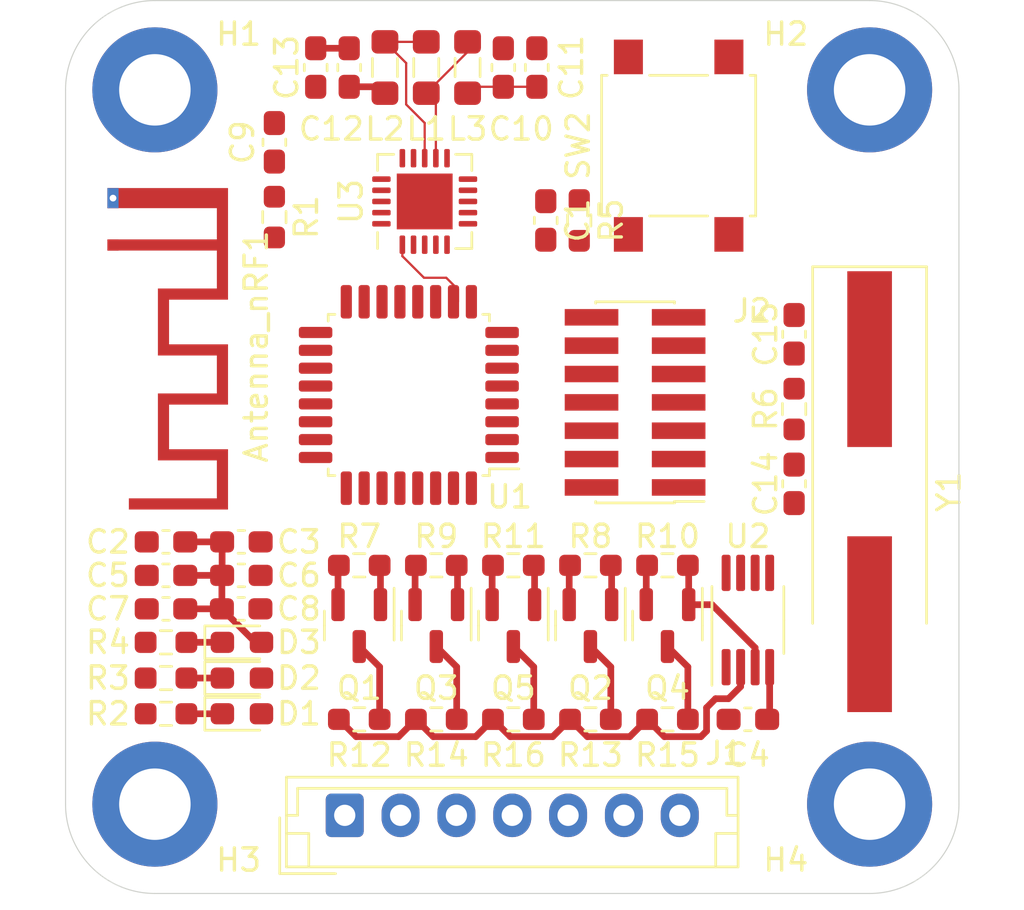
<source format=kicad_pcb>
(kicad_pcb (version 20221018) (generator pcbnew)
  (layers (0 "F.Cu" signal) (31 "B.Cu" signal) (34 "B.Paste" user) (35 "F.Paste" user) (36 "B.SilkS" user "B.Silkscreen") (37 "F.SilkS" user "F.Silkscreen") (38 "B.Mask" user) (39 "F.Mask" user) (44 "Edge.Cuts" user))
  (net 0 "")
  (net 1 "RF_Output")
  (net 2 "+5V")
  (net 3 "+3.3V")
  (net 4 "VDD_PA")
  (net 5 "Net-(U3-DVDD)")
  (net 6 "XC1")
  (net 7 "XC2")
  (net 8 "Net-(D1-K)")
  (net 9 "Player1_LED")
  (net 10 "Net-(D3-K)")
  (net 11 "Status_LED")
  (net 12 "Data_Clock_SNES")
  (net 13 "Data_Latch_SNES")
  (net 14 "ANT2")
  (net 15 "ANT1")
  (net 16 "Data_Clock_STM32")
  (net 17 "Data_Latch_STM32")
  (net 18 "Appairing_Btn")
  (net 19 "Chip_Enable")
  (net 20 "SPI_Chip_Select")
  (net 21 "SPI_Clock")
  (net 22 "SPI_Digital_Input")
  (net 23 "SPI_Digital_Output")
  (net 24 "Net-(U3-IREF)")
  (net 34 "GND")
  (net 35 "GND1")
  (net 36 "GND3")
  (net 37 "GND2")
  (net 39 "Net-(U2-BP)")
  (net 41 "NRST")
  (net 44 "SWDIO")
  (net 45 "SWDCK")
  (net 49 "USART2_RX")
  (net 50 "USART2_TX")
  (net 51 "IOBit_STM32")
  (net 52 "IOBit_SNES")
  (net 53 "Serial_Data2_STM32")
  (net 54 "Serial_Data2_SNES")
  (net 55 "Serial_Data1_STM32")
  (net 56 "Serial_Data1_SNES")
  (net 57 "Net-(C12-Pad2)")
  (net 58 "Net-(D2-K)")
  (footprint "Capacitor_SMD:C_0603_1608Metric_Pad1.08x0.95mm_HandSolder" (layer "F.Cu") (at 117.1 67 90)
    (fp_text reference "C11" (at 0 1.55 90) (layer "F.SilkS"))
    (fp_text value "4.7p")
    (pad "1" smd roundrect (at -0.8625 0 90) (size 1.075 0.95) (layers "F.Cu" "F.Paste" "F.Mask") (net 4 "VDD_PA"))
    (pad "2" smd roundrect (at 0.8625 0 90) (size 1.075 0.95) (layers "F.Cu" "F.Paste" "F.Mask") (net 34 "GND"))
  )
  (footprint "Capacitor_SMD:C_0603_1608Metric_Pad1.08x0.95mm_HandSolder" (layer "F.Cu") (at 103.8725 89.75)
    (fp_text reference "C6" (at 2.575 0) (layer "F.SilkS"))
    (fp_text value "2.2u")
    (pad "1" smd roundrect (at -0.8625 0) (size 1.075 0.95) (layers "F.Cu" "F.Paste" "F.Mask") (net 3 "+3.3V"))
    (pad "2" smd roundrect (at 0.8625 0) (size 1.075 0.95) (layers "F.Cu" "F.Paste" "F.Mask") (net 34 "GND"))
  )
  (footprint "Capacitor_SMD:C_0603_1608Metric_Pad1.08x0.95mm_HandSolder" (layer "F.Cu") (at 100.4975 91.25 180)
    (fp_text reference "C7" (at 2.6 0) (layer "F.SilkS"))
    (fp_text value "10n")
    (pad "1" smd roundrect (at -0.8625 0 180) (size 1.075 0.95) (layers "F.Cu" "F.Paste" "F.Mask") (net 3 "+3.3V"))
    (pad "2" smd roundrect (at 0.8625 0 180) (size 1.075 0.95) (layers "F.Cu" "F.Paste" "F.Mask") (net 34 "GND"))
  )
  (footprint "Capacitor_SMD:C_0603_1608Metric_Pad1.08x0.95mm_HandSolder" (layer "F.Cu") (at 117.5 73.85 -90)
    (fp_text reference "C1" (at 0 -1.43 90) (layer "F.SilkS"))
    (fp_text value "100n")
    (pad "1" smd roundrect (at -0.8625 0 270) (size 1.075 0.95) (layers "F.Cu" "F.Paste" "F.Mask") (net 34 "GND"))
    (pad "2" smd roundrect (at 0.8625 0 270) (size 1.075 0.95) (layers "F.Cu" "F.Paste" "F.Mask") (net 41 "NRST"))
  )
  (footprint "Resistor_SMD:R_0603_1608Metric_Pad0.98x0.95mm_HandSolder" (layer "F.Cu") (at 116.05 96.2)
    (fp_text reference "R16" (at 0 1.6) (layer "F.SilkS"))
    (fp_text value "10k")
    (pad "1" smd roundrect (at -0.9125 0) (size 0.975 0.95) (layers "F.Cu" "F.Paste" "F.Mask") (net 2 "+5V"))
    (pad "2" smd roundrect (at 0.9125 0) (size 0.975 0.95) (layers "F.Cu" "F.Paste" "F.Mask") (net 54 "Serial_Data2_SNES"))
  )
  (footprint "Capacitor_SMD:C_0603_1608Metric_Pad1.08x0.95mm_HandSolder" (layer "F.Cu") (at 103.8625 91.25)
    (fp_text reference "C8" (at 2.585 0) (layer "F.SilkS"))
    (fp_text value "1n")
    (pad "1" smd roundrect (at -0.8625 0) (size 1.075 0.95) (layers "F.Cu" "F.Paste" "F.Mask") (net 3 "+3.3V"))
    (pad "2" smd roundrect (at 0.8625 0) (size 1.075 0.95) (layers "F.Cu" "F.Paste" "F.Mask") (net 34 "GND"))
  )
  (footprint "Resistor_SMD:R_0603_1608Metric_Pad0.98x0.95mm_HandSolder" (layer "F.Cu") (at 112.6 96.2)
    (fp_text reference "R14" (at 0 1.6) (layer "F.SilkS"))
    (fp_text value "10k")
    (pad "1" smd roundrect (at -0.9125 0) (size 0.975 0.95) (layers "F.Cu" "F.Paste" "F.Mask") (net 2 "+5V"))
    (pad "2" smd roundrect (at 0.9125 0) (size 0.975 0.95) (layers "F.Cu" "F.Paste" "F.Mask") (net 13 "Data_Latch_SNES"))
  )
  (footprint "Resistor_SMD:R_0603_1608Metric_Pad0.98x0.95mm_HandSolder" (layer "F.Cu") (at 119.5 96.2)
    (fp_text reference "R13" (at 0 1.6) (layer "F.SilkS"))
    (fp_text value "10k")
    (pad "1" smd roundrect (at -0.9125 0) (size 0.975 0.95) (layers "F.Cu" "F.Paste" "F.Mask") (net 2 "+5V"))
    (pad "2" smd roundrect (at 0.9125 0) (size 0.975 0.95) (layers "F.Cu" "F.Paste" "F.Mask") (net 12 "Data_Clock_SNES"))
  )
  (footprint "Package_SO:MSOP-8_3x3mm_P0.65mm" (layer "F.Cu") (at 126.55 91.75 90)
    (fp_text reference "U2" (at 3.75 0) (layer "F.SilkS"))
    (fp_text value "MIC5219-3.3YMM")
    (pad "1" smd roundrect (at -2.1125 -0.975 90) (size 1.625 0.4) (layers "F.Cu" "F.Paste" "F.Mask"))
    (pad "2" smd roundrect (at -2.1125 -0.325 90) (size 1.625 0.4) (layers "F.Cu" "F.Paste" "F.Mask") (net 2 "+5V"))
    (pad "3" smd roundrect (at -2.1125 0.325 90) (size 1.625 0.4) (layers "F.Cu" "F.Paste" "F.Mask") (net 3 "+3.3V"))
    (pad "4" smd roundrect (at -2.1125 0.975 90) (size 1.625 0.4) (layers "F.Cu" "F.Paste" "F.Mask") (net 39 "Net-(U2-BP)"))
    (pad "5" smd roundrect (at 2.1125 0.975 90) (size 1.625 0.4) (layers "F.Cu" "F.Paste" "F.Mask") (net 34 "GND"))
    (pad "6" smd roundrect (at 2.1125 0.325 90) (size 1.625 0.4) (layers "F.Cu" "F.Paste" "F.Mask") (net 34 "GND"))
    (pad "7" smd roundrect (at 2.1125 -0.325 90) (size 1.625 0.4) (layers "F.Cu" "F.Paste" "F.Mask") (net 34 "GND"))
    (pad "8" smd roundrect (at 2.1125 -0.975 90) (size 1.625 0.4) (layers "F.Cu" "F.Paste" "F.Mask") (net 34 "GND"))
  )
  (footprint "Capacitor_SMD:C_0603_1608Metric_Pad1.08x0.95mm_HandSolder" (layer "F.Cu") (at 128.62 85.65 -90)
    (fp_text reference "C14" (at 0 1.28 90) (layer "F.SilkS"))
    (fp_text value "22p")
    (pad "1" smd roundrect (at -0.8625 0 270) (size 1.075 0.95) (layers "F.Cu" "F.Paste" "F.Mask") (net 6 "XC1"))
    (pad "2" smd roundrect (at 0.8625 0 270) (size 1.075 0.95) (layers "F.Cu" "F.Paste" "F.Mask") (net 34 "GND"))
  )
  (footprint "Capacitor_SMD:C_0603_1608Metric_Pad1.08x0.95mm_HandSolder" (layer "F.Cu") (at 128.62 78.95 90)
    (fp_text reference "C15" (at 0 -1.28 90) (layer "F.SilkS"))
    (fp_text value "22p")
    (pad "1" smd roundrect (at -0.8625 0 90) (size 1.075 0.95) (layers "F.Cu" "F.Paste" "F.Mask") (net 7 "XC2"))
    (pad "2" smd roundrect (at 0.8625 0 90) (size 1.075 0.95) (layers "F.Cu" "F.Paste" "F.Mask") (net 34 "GND"))
  )
  (footprint "Capacitor_SMD:C_0603_1608Metric_Pad1.08x0.95mm_HandSolder" (layer "F.Cu") (at 126.55 96.2 180)
    (fp_text reference "C4" (at 0 -1.6) (layer "F.SilkS"))
    (fp_text value "470p")
    (pad "1" smd roundrect (at -0.8625 0 180) (size 1.075 0.95) (layers "F.Cu" "F.Paste" "F.Mask") (net 39 "Net-(U2-BP)"))
    (pad "2" smd roundrect (at 0.8625 0 180) (size 1.075 0.95) (layers "F.Cu" "F.Paste" "F.Mask") (net 34 "GND"))
  )
  (footprint "Resistor_SMD:R_0603_1608Metric_Pad0.98x0.95mm_HandSolder" (layer "F.Cu") (at 100.4975 95.95 180)
    (fp_text reference "R2" (at 2.6 0) (layer "F.SilkS"))
    (fp_text value "1k")
    (pad "1" smd roundrect (at -0.9125 0 180) (size 0.975 0.95) (layers "F.Cu" "F.Paste" "F.Mask") (net 8 "Net-(D1-K)"))
    (pad "2" smd roundrect (at 0.9125 0 180) (size 0.975 0.95) (layers "F.Cu" "F.Paste" "F.Mask") (net 34 "GND"))
  )
  (footprint "Resistor_SMD:R_0603_1608Metric_Pad0.98x0.95mm_HandSolder" (layer "F.Cu") (at 128.62 82.3 90)
    (fp_text reference "R6" (at 0 -1.28 90) (layer "F.SilkS"))
    (fp_text value "1M")
    (pad "1" smd roundrect (at -0.9125 0 90) (size 0.975 0.95) (layers "F.Cu" "F.Paste" "F.Mask") (net 6 "XC1"))
    (pad "2" smd roundrect (at 0.9125 0 90) (size 0.975 0.95) (layers "F.Cu" "F.Paste" "F.Mask") (net 7 "XC2"))
  )
  (footprint "Resistor_SMD:R_0603_1608Metric_Pad0.98x0.95mm_HandSolder" (layer "F.Cu") (at 109.15 89.3 180)
    (fp_text reference "R7" (at 0 1.3) (layer "F.SilkS"))
    (fp_text value "10k")
    (pad "1" smd roundrect (at -0.9125 0 180) (size 0.975 0.95) (layers "F.Cu" "F.Paste" "F.Mask") (net 3 "+3.3V"))
    (pad "2" smd roundrect (at 0.9125 0 180) (size 0.975 0.95) (layers "F.Cu" "F.Paste" "F.Mask") (net 55 "Serial_Data1_STM32"))
  )
  (footprint "Resistor_SMD:R_0603_1608Metric_Pad0.98x0.95mm_HandSolder" (layer "F.Cu") (at 119.5 89.3 180)
    (fp_text reference "R8" (at 0 1.3) (layer "F.SilkS"))
    (fp_text value "10k")
    (pad "1" smd roundrect (at -0.9125 0 180) (size 0.975 0.95) (layers "F.Cu" "F.Paste" "F.Mask") (net 3 "+3.3V"))
    (pad "2" smd roundrect (at 0.9125 0 180) (size 0.975 0.95) (layers "F.Cu" "F.Paste" "F.Mask") (net 16 "Data_Clock_STM32"))
  )
  (footprint "Diode_SMD:D_0603_1608Metric_Pad1.05x0.95mm_HandSolder" (layer "F.Cu") (at 103.8975 95.95)
    (fp_text reference "D1" (at 2.55 0) (layer "F.SilkS"))
    (fp_text value "LED_Small")
    (pad "1" smd roundrect (at -0.875 0) (size 1.05 0.95) (layers "F.Cu" "F.Paste" "F.Mask") (net 8 "Net-(D1-K)"))
    (pad "2" smd roundrect (at 0.875 0) (size 1.05 0.95) (layers "F.Cu" "F.Paste" "F.Mask") (net 9 "Player1_LED"))
  )
  (footprint "Inductor_SMD:L_0805_2012Metric_Pad1.05x1.20mm_HandSolder" (layer "F.Cu") (at 114 67 -90)
    (fp_text reference "L3" (at 2.75 0) (layer "F.SilkS"))
    (fp_text value "2.7n")
    (pad "1" smd roundrect (at -1.15 0 270) (size 1.05 1.2) (layers "F.Cu" "F.Paste" "F.Mask") (roundrect_rratio 0.238095) (net 15 "ANT1"))
    (pad "2" smd roundrect (at 1.15 0 270) (size 1.05 1.2) (layers "F.Cu" "F.Paste" "F.Mask") (roundrect_rratio 0.238095) (net 4 "VDD_PA"))
  )
  (footprint "Button_Switch_SMD:SW_SPST_B3S-1000" (layer "F.Cu") (at 123.45 70.5 90)
    (fp_text reference "SW2" (at 0 -4.5 90) (layer "F.SilkS"))
    (fp_text value "SW_SPST")
    (pad "1" smd rect (at -3.975 -2.25 90) (size 1.55 1.3) (layers "F.Cu" "F.Paste" "F.Mask") (net 18 "Appairing_Btn"))
    (pad "1" smd rect (at 3.975 -2.25 90) (size 1.55 1.3) (layers "F.Cu" "F.Paste" "F.Mask") (net 18 "Appairing_Btn"))
    (pad "2" smd rect (at -3.975 2.25 90) (size 1.55 1.3) (layers "F.Cu" "F.Paste" "F.Mask") (net 3 "+3.3V"))
    (pad "2" smd rect (at 3.975 2.25 90) (size 1.55 1.3) (layers "F.Cu" "F.Paste" "F.Mask") (net 3 "+3.3V"))
  )
  (footprint "Capacitor_SMD:C_0603_1608Metric_Pad1.08x0.95mm_HandSolder" (layer "F.Cu") (at 107.2 67 90)
    (fp_text reference "C13" (at 0 -1.3 90) (layer "F.SilkS"))
    (fp_text value "1.0p")
    (pad "1" smd roundrect (at -0.8625 0 90) (size 1.075 0.95) (layers "F.Cu" "F.Paste" "F.Mask") (net 34 "GND"))
    (pad "2" smd roundrect (at 0.8625 0 90) (size 1.075 0.95) (layers "F.Cu" "F.Paste" "F.Mask") (net 1 "RF_Output"))
  )
  (footprint "Inductor_SMD:L_0805_2012Metric_Pad1.05x1.20mm_HandSolder" (layer "F.Cu") (at 110.3 67 -90)
    (fp_text reference "L2" (at 2.75 0) (layer "F.SilkS"))
    (fp_text value "3.9n")
    (pad "1" smd roundrect (at -1.15 0 270) (size 1.05 1.2) (layers "F.Cu" "F.Paste" "F.Mask") (roundrect_rratio 0.238095) (net 14 "ANT2"))
    (pad "2" smd roundrect (at 1.15 0 270) (size 1.05 1.2) (layers "F.Cu" "F.Paste" "F.Mask") (roundrect_rratio 0.238095) (net 57 "Net-(C12-Pad2)"))
  )
  (footprint "Capacitor_SMD:C_0603_1608Metric_Pad1.08x0.95mm_HandSolder" (layer "F.Cu") (at 105.35 70.35 90)
    (fp_text reference "C9" (at 0 -1.43 90) (layer "F.SilkS"))
    (fp_text value "33n")
    (pad "1" smd roundrect (at -0.8625 0 90) (size 1.075 0.95) (layers "F.Cu" "F.Paste" "F.Mask") (net 5 "Net-(U3-DVDD)"))
    (pad "2" smd roundrect (at 0.8625 0 90) (size 1.075 0.95) (layers "F.Cu" "F.Paste" "F.Mask") (net 35 "GND1"))
  )
  (footprint "Package_TO_SOT_SMD:SOT-23" (layer "F.Cu") (at 109.15 92 -90)
    (fp_text reference "Q1" (at 2.8 0) (layer "F.SilkS"))
    (fp_text value "2N7002")
    (pad "1" smd roundrect (at -0.9375 -0.95 270) (size 1.475 0.6) (layers "F.Cu" "F.Paste" "F.Mask") (net 3 "+3.3V"))
    (pad "2" smd roundrect (at -0.9375 0.95 270) (size 1.475 0.6) (layers "F.Cu" "F.Paste" "F.Mask") (net 55 "Serial_Data1_STM32"))
    (pad "3" smd roundrect (at 0.9375 0 270) (size 1.475 0.6) (layers "F.Cu" "F.Paste" "F.Mask") (net 56 "Serial_Data1_SNES"))
  )
  (footprint "Connector_PinHeader_1.27mm:PinHeader_2x07_P1.27mm_Vertical_SMD" (layer "F.Cu") (at 121.5 82 180)
    (fp_text reference "J2" (at -5.23 4.09875) (layer "F.SilkS"))
    (fp_text value "Conn_02x07_Odd_Even")
    (pad "1" smd rect (at -1.95 -3.81 180) (size 2.4 0.74) (layers "F.Cu" "F.Paste" "F.Mask"))
    (pad "2" smd rect (at 1.95 -3.81 180) (size 2.4 0.74) (layers "F.Cu" "F.Paste" "F.Mask"))
    (pad "3" smd rect (at -1.95 -2.54 180) (size 2.4 0.74) (layers "F.Cu" "F.Paste" "F.Mask") (net 3 "+3.3V"))
    (pad "4" smd rect (at 1.95 -2.54 180) (size 2.4 0.74) (layers "F.Cu" "F.Paste" "F.Mask") (net 44 "SWDIO"))
    (pad "5" smd rect (at -1.95 -1.27 180) (size 2.4 0.74) (layers "F.Cu" "F.Paste" "F.Mask") (net 34 "GND"))
    (pad "6" smd rect (at 1.95 -1.27 180) (size 2.4 0.74) (layers "F.Cu" "F.Paste" "F.Mask") (net 45 "SWDCK"))
    (pad "7" smd rect (at -1.95 0 180) (size 2.4 0.74) (layers "F.Cu" "F.Paste" "F.Mask") (net 34 "GND"))
    (pad "8" smd rect (at 1.95 0 180) (size 2.4 0.74) (layers "F.Cu" "F.Paste" "F.Mask"))
    (pad "9" smd rect (at -1.95 1.27 180) (size 2.4 0.74) (layers "F.Cu" "F.Paste" "F.Mask"))
    (pad "10" smd rect (at 1.95 1.27 180) (size 2.4 0.74) (layers "F.Cu" "F.Paste" "F.Mask"))
    (pad "11" smd rect (at -1.95 2.54 180) (size 2.4 0.74) (layers "F.Cu" "F.Paste" "F.Mask") (net 34 "GND"))
    (pad "12" smd rect (at 1.95 2.54 180) (size 2.4 0.74) (layers "F.Cu" "F.Paste" "F.Mask") (net 41 "NRST"))
    (pad "13" smd rect (at -1.95 3.81 180) (size 2.4 0.74) (layers "F.Cu" "F.Paste" "F.Mask") (net 49 "USART2_RX"))
    (pad "14" smd rect (at 1.95 3.81 180) (size 2.4 0.74) (layers "F.Cu" "F.Paste" "F.Mask") (net 50 "USART2_TX"))
  )
  (footprint "Capacitor_SMD:C_0603_1608Metric_Pad1.08x0.95mm_HandSolder" (layer "F.Cu") (at 100.4975 89.75 180)
    (fp_text reference "C5" (at 2.6 0) (layer "F.SilkS"))
    (fp_text value "100n")
    (pad "1" smd roundrect (at -0.8625 0 180) (size 1.075 0.95) (layers "F.Cu" "F.Paste" "F.Mask") (net 3 "+3.3V"))
    (pad "2" smd roundrect (at 0.8625 0 180) (size 1.075 0.95) (layers "F.Cu" "F.Paste" "F.Mask") (net 34 "GND"))
  )
  (footprint "MountingHole:MountingHole_3.2mm_M3_DIN965_Pad" (layer "F.Cu") (at 132 100)
    (fp_text reference "H4" (at -3.75 2.5) (layer "F.SilkS"))
    (fp_text value "MountingHole_Pad")
    (pad "1" thru_hole circle (at 0 0) (size 5.6 5.6) (drill 3.2) (layers "*.Cu" "*.Mask") (net 34 "GND"))
  )
  (footprint "Capacitor_SMD:C_0603_1608Metric_Pad1.08x0.95mm_HandSolder" (layer "F.Cu") (at 103.8725 88.25)
    (fp_text reference "C3" (at 2.575 0) (layer "F.SilkS"))
    (fp_text value "100n")
    (pad "1" smd roundrect (at -0.8625 0) (size 1.075 0.95) (layers "F.Cu" "F.Paste" "F.Mask") (net 3 "+3.3V"))
    (pad "2" smd roundrect (at 0.8625 0) (size 1.075 0.95) (layers "F.Cu" "F.Paste" "F.Mask") (net 34 "GND"))
  )
  (footprint "Package_TO_SOT_SMD:SOT-23" (layer "F.Cu") (at 119.5 92 -90)
    (fp_text reference "Q2" (at 2.8 0) (layer "F.SilkS"))
    (fp_text value "2N7002")
    (pad "1" smd roundrect (at -0.9375 -0.95 270) (size 1.475 0.6) (layers "F.Cu" "F.Paste" "F.Mask") (net 3 "+3.3V"))
    (pad "2" smd roundrect (at -0.9375 0.95 270) (size 1.475 0.6) (layers "F.Cu" "F.Paste" "F.Mask") (net 16 "Data_Clock_STM32"))
    (pad "3" smd roundrect (at 0.9375 0 270) (size 1.475 0.6) (layers "F.Cu" "F.Paste" "F.Mask") (net 12 "Data_Clock_SNES"))
  )
  (footprint "Inductor_SMD:L_0805_2012Metric_Pad1.05x1.20mm_HandSolder" (layer "F.Cu") (at 112.15 67 -90)
    (fp_text reference "L1" (at 2.75 0) (layer "F.SilkS"))
    (fp_text value "8.2n")
    (pad "1" smd roundrect (at -1.15 0 270) (size 1.05 1.2) (layers "F.Cu" "F.Paste" "F.Mask") (roundrect_rratio 0.238095) (net 14 "ANT2"))
    (pad "2" smd roundrect (at 1.15 0 270) (size 1.05 1.2) (layers "F.Cu" "F.Paste" "F.Mask") (roundrect_rratio 0.238095) (net 15 "ANT1"))
  )
  (footprint "Resistor_SMD:R_0603_1608Metric_Pad0.98x0.95mm_HandSolder" (layer "F.Cu") (at 100.4975 94.35 180)
    (fp_text reference "R3" (at 2.6 0) (layer "F.SilkS"))
    (fp_text value "1k")
    (pad "1" smd roundrect (at -0.9125 0 180) (size 0.975 0.95) (layers "F.Cu" "F.Paste" "F.Mask") (net 58 "Net-(D2-K)"))
    (pad "2" smd roundrect (at 0.9125 0 180) (size 0.975 0.95) (layers "F.Cu" "F.Paste" "F.Mask") (net 34 "GND"))
  )
  (footprint "Resistor_SMD:R_0603_1608Metric_Pad0.98x0.95mm_HandSolder" (layer "F.Cu") (at 100.4975 92.75 180)
    (fp_text reference "R4" (at 2.6 0) (layer "F.SilkS"))
    (fp_text value "1k")
    (pad "1" smd roundrect (at -0.9125 0 180) (size 0.975 0.95) (layers "F.Cu" "F.Paste" "F.Mask") (net 10 "Net-(D3-K)"))
    (pad "2" smd roundrect (at 0.9125 0 180) (size 0.975 0.95) (layers "F.Cu" "F.Paste" "F.Mask") (net 34 "GND"))
  )
  (footprint "Resistor_SMD:R_0603_1608Metric_Pad0.98x0.95mm_HandSolder" (layer "F.Cu") (at 112.6 89.3 180)
    (fp_text reference "R9" (at 0 1.3) (layer "F.SilkS"))
    (fp_text value "10k")
    (pad "1" smd roundrect (at -0.9125 0 180) (size 0.975 0.95) (layers "F.Cu" "F.Paste" "F.Mask") (net 3 "+3.3V"))
    (pad "2" smd roundrect (at 0.9125 0 180) (size 0.975 0.95) (layers "F.Cu" "F.Paste" "F.Mask") (net 17 "Data_Latch_STM32"))
  )
  (footprint "Capacitor_SMD:C_0603_1608Metric_Pad1.08x0.95mm_HandSolder" (layer "F.Cu") (at 115.6 67 90)
    (fp_text reference "C10" (at -2.75 0.8) (layer "F.SilkS"))
    (fp_text value "2.2n")
    (pad "1" smd roundrect (at -0.8625 0 90) (size 1.075 0.95) (layers "F.Cu" "F.Paste" "F.Mask") (net 4 "VDD_PA"))
    (pad "2" smd roundrect (at 0.8625 0 90) (size 1.075 0.95) (layers "F.Cu" "F.Paste" "F.Mask") (net 34 "GND"))
  )
  (footprint "Resistor_SMD:R_0603_1608Metric_Pad0.98x0.95mm_HandSolder" (layer "F.Cu") (at 116.05 89.3 180)
    (fp_text reference "R11" (at 0 1.3) (layer "F.SilkS"))
    (fp_text value "10k")
    (pad "1" smd roundrect (at -0.9125 0 180) (size 0.975 0.95) (layers "F.Cu" "F.Paste" "F.Mask") (net 3 "+3.3V"))
    (pad "2" smd roundrect (at 0.9125 0 180) (size 0.975 0.95) (layers "F.Cu" "F.Paste" "F.Mask") (net 53 "Serial_Data2_STM32"))
  )
  (footprint "Crystal:Crystal_SMD_HC49-SD_HandSoldering" (layer "F.Cu") (at 132 86 -90)
    (fp_text reference "Y1" (at 0 -3.55 90) (layer "F.SilkS"))
    (fp_text value "16MHz")
    (pad "1" smd rect (at -5.9375 0 270) (size 7.875 2) (layers "F.Cu" "F.Paste" "F.Mask") (net 7 "XC2"))
    (pad "2" smd rect (at 5.9375 0 270) (size 7.875 2) (layers "F.Cu" "F.Paste" "F.Mask") (net 6 "XC1"))
  )
  (footprint "Package_TO_SOT_SMD:SOT-23" (layer "F.Cu") (at 116.05 92 -90)
    (fp_text reference "Q5" (at 2.8 0) (layer "F.SilkS"))
    (fp_text value "2N7002")
    (pad "1" smd roundrect (at -0.9375 -0.95 270) (size 1.475 0.6) (layers "F.Cu" "F.Paste" "F.Mask") (net 3 "+3.3V"))
    (pad "2" smd roundrect (at -0.9375 0.95 270) (size 1.475 0.6) (layers "F.Cu" "F.Paste" "F.Mask") (net 53 "Serial_Data2_STM32"))
    (pad "3" smd roundrect (at 0.9375 0 270) (size 1.475 0.6) (layers "F.Cu" "F.Paste" "F.Mask") (net 54 "Serial_Data2_SNES"))
  )
  (footprint "Package_TO_SOT_SMD:SOT-23" (layer "F.Cu") (at 122.95 92 -90)
    (fp_text reference "Q4" (at 2.8 0) (layer "F.SilkS"))
    (fp_text value "2N7002")
    (pad "1" smd roundrect (at -0.9375 -0.95 270) (size 1.475 0.6) (layers "F.Cu" "F.Paste" "F.Mask") (net 3 "+3.3V"))
    (pad "2" smd roundrect (at -0.9375 0.95 270) (size 1.475 0.6) (layers "F.Cu" "F.Paste" "F.Mask") (net 51 "IOBit_STM32"))
    (pad "3" smd roundrect (at 0.9375 0 270) (size 1.475 0.6) (layers "F.Cu" "F.Paste" "F.Mask") (net 52 "IOBit_SNES"))
  )
  (footprint "Package_DFN_QFN:QFN-20-1EP_4x4mm_P0.5mm_EP2.5x2.5mm" (layer "F.Cu") (at 112.08 73 90)
    (fp_text reference "U3" (at 0 -3.3 90) (layer "F.SilkS"))
    (fp_text value "nRF24L01P")
    (pad "1" smd roundrect (at -1.9375 -1 90) (size 0.825 0.25) (layers "F.Cu" "F.Paste" "F.Mask") (net 19 "Chip_Enable"))
    (pad "2" smd roundrect (at -1.9375 -0.5 90) (size 0.825 0.25) (layers "F.Cu" "F.Paste" "F.Mask") (net 20 "SPI_Chip_Select"))
    (pad "3" smd roundrect (at -1.9375 0 90) (size 0.825 0.25) (layers "F.Cu" "F.Paste" "F.Mask") (net 21 "SPI_Clock"))
    (pad "4" smd roundrect (at -1.9375 0.5 90) (size 0.825 0.25) (layers "F.Cu" "F.Paste" "F.Mask") (net 22 "SPI_Digital_Input"))
    (pad "5" smd roundrect (at -1.9375 1 90) (size 0.825 0.25) (layers "F.Cu" "F.Paste" "F.Mask") (net 23 "SPI_Digital_Output"))
    (pad "6" smd roundrect (at -1 1.9375 90) (size 0.25 0.825) (layers "F.Cu" "F.Paste" "F.Mask"))
    (pad "7" smd roundrect (at -0.5 1.9375 90) (size 0.25 0.825) (layers "F.Cu" "F.Paste" "F.Mask") (net 3 "+3.3V"))
    (pad "8" smd roundrect (at 0 1.9375 90) (size 0.25 0.825) (layers "F.Cu" "F.Paste" "F.Mask") (net 35 "GND1"))
    (pad "9" smd roundrect (at 0.5 1.9375 90) (size 0.25 0.825) (layers "F.Cu" "F.Paste" "F.Mask") (net 7 "XC2"))
    (pad "10" smd roundrect (at 1 1.9375 90) (size 0.25 0.825) (layers "F.Cu" "F.Paste" "F.Mask") (net 6 "XC1"))
    (pad "11" smd roundrect (at 1.9375 1 90) (size 0.825 0.25) (layers "F.Cu" "F.Paste" "F.Mask") (net 4 "VDD_PA"))
    (pad "12" smd roundrect (at 1.9375 0.5 90) (size 0.825 0.25) (layers "F.Cu" "F.Paste" "F.Mask") (net 15 "ANT1"))
    (pad "13" smd roundrect (at 1.9375 0 90) (size 0.825 0.25) (layers "F.Cu" "F.Paste" "F.Mask") (net 14 "ANT2"))
    (pad "14" smd roundrect (at 1.9375 -0.5 90) (size 0.825 0.25) (layers "F.Cu" "F.Paste" "F.Mask") (net 35 "GND1"))
    (pad "15" smd roundrect (at 1.9375 -1 90) (size 0.825 0.25) (layers "F.Cu" "F.Paste" "F.Mask") (net 3 "+3.3V"))
    (pad "16" smd roundrect (at 1 -1.9375 90) (size 0.25 0.825) (layers "F.Cu" "F.Paste" "F.Mask") (net 24 "Net-(U3-IREF)"))
    (pad "17" smd roundrect (at 0.5 -1.9375 90) (size 0.25 0.825) (layers "F.Cu" "F.Paste" "F.Mask") (net 35 "GND1"))
    (pad "18" smd roundrect (at 0 -1.9375 90) (size 0.25 0.825) (layers "F.Cu" "F.Paste" "F.Mask") (net 3 "+3.3V"))
    (pad "19" smd roundrect (at -0.5 -1.9375 90) (size 0.25 0.825) (layers "F.Cu" "F.Paste" "F.Mask") (net 5 "Net-(U3-DVDD)"))
    (pad "20" smd roundrect (at -1 -1.9375 90) (size 0.25 0.825) (layers "F.Cu" "F.Paste" "F.Mask") (net 35 "GND1"))
    (pad "21" smd rect (at 0 0 90) (size 2.5 2.5) (layers "F.Cu" "F.Mask"))
  )
  (footprint "Diode_SMD:D_0603_1608Metric_Pad1.05x0.95mm_HandSolder" (layer "F.Cu") (at 103.8975 94.35)
    (fp_text reference "D2" (at 2.55 0) (layer "F.SilkS"))
    (fp_text value "LED_Small")
    (pad "1" smd roundrect (at -0.875 0) (size 1.05 0.95) (layers "F.Cu" "F.Paste" "F.Mask") (net 58 "Net-(D2-K)"))
    (pad "2" smd roundrect (at 0.875 0) (size 1.05 0.95) (layers "F.Cu" "F.Paste" "F.Mask") (net 11 "Status_LED"))
  )
  (footprint "Connector_JST:JST_EH_B7B-EH-A_1x07_P2.50mm_Vertical" (layer "F.Cu") (at 108.5 100.5)
    (fp_text reference "J1" (at 17 -2.78) (layer "F.SilkS"))
    (fp_text value "Conn_01x07_Socket")
    (pad "1" thru_hole roundrect (at 0 0) (size 1.7 1.95) (drill 0.95) (layers "*.Cu" "*.Mask") (roundrect_rratio 0.147059) (net 2 "+5V"))
    (pad "2" thru_hole oval (at 2.5 0) (size 1.7 1.95) (drill 0.95) (layers "*.Cu" "*.Mask") (net 12 "Data_Clock_SNES"))
    (pad "3" thru_hole oval (at 5 0) (size 1.7 1.95) (drill 0.95) (layers "*.Cu" "*.Mask") (net 13 "Data_Latch_SNES"))
    (pad "4" thru_hole oval (at 7.5 0) (size 1.7 1.95) (drill 0.95) (layers "*.Cu" "*.Mask") (net 56 "Serial_Data1_SNES"))
    (pad "5" thru_hole oval (at 10 0) (size 1.7 1.95) (drill 0.95) (layers "*.Cu" "*.Mask") (net 54 "Serial_Data2_SNES"))
    (pad "6" thru_hole oval (at 12.5 0) (size 1.7 1.95) (drill 0.95) (layers "*.Cu" "*.Mask") (net 52 "IOBit_SNES"))
    (pad "7" thru_hole oval (at 15 0) (size 1.7 1.95) (drill 0.95) (layers "*.Cu" "*.Mask") (net 36 "GND3"))
  )
  (footprint "Capacitor_SMD:C_0603_1608Metric_Pad1.08x0.95mm_HandSolder" (layer "F.Cu") (at 108.7 67 -90)
    (fp_text reference "C12" (at 2.75 0.8) (layer "F.SilkS"))
    (fp_text value "1.5p")
    (pad "1" smd roundrect (at -0.8625 0 270) (size 1.075 0.95) (layers "F.Cu" "F.Paste" "F.Mask") (net 1 "RF_Output"))
    (pad "2" smd roundrect (at 0.8625 0 270) (size 1.075 0.95) (layers "F.Cu" "F.Paste" "F.Mask") (net 57 "Net-(C12-Pad2)"))
  )
  (footprint "Package_TO_SOT_SMD:SOT-23" (layer "F.Cu") (at 112.6 92 -90)
    (fp_text reference "Q3" (at 2.8 0) (layer "F.SilkS"))
    (fp_text value "2N7002")
    (pad "1" smd roundrect (at -0.9375 -0.95 270) (size 1.475 0.6) (layers "F.Cu" "F.Paste" "F.Mask") (net 3 "+3.3V"))
    (pad "2" smd roundrect (at -0.9375 0.95 270) (size 1.475 0.6) (layers "F.Cu" "F.Paste" "F.Mask") (net 17 "Data_Latch_STM32"))
    (pad "3" smd roundrect (at 0.9375 0 270) (size 1.475 0.6) (layers "F.Cu" "F.Paste" "F.Mask") (net 13 "Data_Latch_SNES"))
  )
  (footprint "RF_Antenna:Texas_SWRA117D_2.4GHz_Right" (layer "F.Cu") (at 98.125 74.95 -90)
    (fp_text reference "Antenna_nRF1" (at 4.55 -6.41 90) (layer "F.SilkS"))
    (fp_text value "~")
    (fp_poly (pts (xy 2.45 -2.51) (xy 4.45 -2.51) (xy 4.45 -5.15) (xy 7.15 -5.15) (xy 7.15 -2.51) (xy 9.15 -2.51) (xy 9.15 -5.15) (xy 11.85 -5.15) (xy 11.85 -0.71) (xy 11.35 -0.71) (xy 11.35 -4.65) (xy 9.65 -4.65) (xy 9.65 -2.01) (xy 6.65 -2.01) (xy 6.65 -4.65) (xy 4.95 -4.65) (xy 4.95 -2.01) (xy 1.95 -2.01) (xy 1.95 -4.65) (xy 0.25 -4.65) (xy 0.25 0.25) (xy -0.25 0.25) (xy -0.25 -4.65) (xy -1.65 -4.65) (xy -1.65 0.25) (xy -2.55 0.25) (xy -2.55 0.006785) (xy -2.247583 0.006785) (xy -2.237742 0.054395) (xy -2.213674 0.096797) (xy -2.175731 0.129581) (xy -2.167819 0.133935) (xy -2.125156 0.146043) (xy -2.076637 0.1453) (xy -2.031122 0.1324) (xy -2.012511 0.121787) (xy -1.978868 0.086553) (xy -1.958309 0.041368) (xy -1.951778 -0.008158) (xy -1.960218 -0.056417) (xy -1.977112 -0.088643) (xy -2.012372 -0.121313) (xy -2.057682 -0.141408) (xy -2.107267 -0.147982) (xy -2.155353 -0.140092) (xy -2.188245 -0.123186) (xy -2.223185 -0.086416) (xy -2.242847 -0.041622) (xy -2.247583 0.006785) (xy -2.55 0.006785) (xy -2.55 -5.15) (xy 2.45 -5.15) (xy 2.45 -2.51)) (fill solid) (layer "F.Cu"))
    (pad "1" connect rect (at 0 0 270) (size 0.5 0.5) (layers "F.Cu") (net 1 "RF_Output"))
    (pad "2" thru_hole rect (at -2.1 0 270) (size 0.9 0.5) (drill 0.3) (layers "*.Cu") (net 37 "GND2"))
  )
  (footprint "MountingHole:MountingHole_3.2mm_M3_DIN965_Pad" (layer "F.Cu") (at 100 100)
    (fp_text reference "H3" (at 3.75 2.5) (layer "F.SilkS"))
    (fp_text value "MountingHole_Pad")
    (pad "1" thru_hole circle (at 0 0) (size 5.6 5.6) (drill 3.2) (layers "*.Cu" "*.Mask") (net 34 "GND"))
  )
  (footprint "Capacitor_SMD:C_0603_1608Metric_Pad1.08x0.95mm_HandSolder" (layer "F.Cu") (at 100.4975 88.25 180)
    (fp_text reference "C2" (at 2.6 0) (layer "F.SilkS"))
    (fp_text value "100n")
    (pad "1" smd roundrect (at -0.8625 0 180) (size 1.075 0.95) (layers "F.Cu" "F.Paste" "F.Mask") (net 3 "+3.3V"))
    (pad "2" smd roundrect (at 0.8625 0 180) (size 1.075 0.95) (layers "F.Cu" "F.Paste" "F.Mask") (net 34 "GND"))
  )
  (footprint "Package_QFP:LQFP-32_7x7mm_P0.8mm" (layer "F.Cu") (at 111.37 81.66875 180)
    (fp_text reference "U1" (at -4.51 -4.56125) (layer "F.SilkS"))
    (fp_text value "STM32L412KBTx")
    (pad "1" smd roundrect (at -4.175 -2.8 180) (size 1.5 0.5) (layers "F.Cu" "F.Paste" "F.Mask") (net 3 "+3.3V"))
    (pad "2" smd roundrect (at -4.175 -2 180) (size 1.5 0.5) (layers "F.Cu" "F.Paste" "F.Mask") (net 18 "Appairing_Btn"))
    (pad "3" smd roundrect (at -4.175 -1.2 180) (size 1.5 0.5) (layers "F.Cu" "F.Paste" "F.Mask"))
    (pad "4" smd roundrect (at -4.175 -0.4 180) (size 1.5 0.5) (layers "F.Cu" "F.Paste" "F.Mask") (net 41 "NRST"))
    (pad "5" smd roundrect (at -4.175 0.4 180) (size 1.5 0.5) (layers "F.Cu" "F.Paste" "F.Mask") (net 3 "+3.3V"))
    (pad "6" smd roundrect (at -4.175 1.2 180) (size 1.5 0.5) (layers "F.Cu" "F.Paste" "F.Mask") (net 21 "SPI_Clock"))
    (pad "7" smd roundrect (at -4.175 2 180) (size 1.5 0.5) (layers "F.Cu" "F.Paste" "F.Mask") (net 20 "SPI_Chip_Select"))
    (pad "8" smd roundrect (at -4.175 2.8 180) (size 1.5 0.5) (layers "F.Cu" "F.Paste" "F.Mask") (net 50 "USART2_TX"))
    (pad "9" smd roundrect (at -2.8 4.175 180) (size 0.5 1.5) (layers "F.Cu" "F.Paste" "F.Mask") (net 49 "USART2_RX"))
    (pad "10" smd roundrect (at -2 4.175 180) (size 0.5 1.5) (layers "F.Cu" "F.Paste" "F.Mask") (net 23 "SPI_Digital_Output"))
    (pad "11" smd roundrect (at -1.2 4.175 180) (size 0.5 1.5) (layers "F.Cu" "F.Paste" "F.Mask") (net 19 "Chip_Enable"))
    (pad "12" smd roundrect (at -0.4 4.175 180) (size 0.5 1.5) (layers "F.Cu" "F.Paste" "F.Mask") (net 22 "SPI_Digital_Input"))
    (pad "13" smd roundrect (at 0.4 4.175 180) (size 0.5 1.5) (layers "F.Cu" "F.Paste" "F.Mask"))
    (pad "14" smd roundrect (at 1.2 4.175 180) (size 0.5 1.5) (layers "F.Cu" "F.Paste" "F.Mask"))
    (pad "15" smd roundrect (at 2 4.175 180) (size 0.5 1.5) (layers "F.Cu" "F.Paste" "F.Mask"))
    (pad "16" smd roundrect (at 2.8 4.175 180) (size 0.5 1.5) (layers "F.Cu" "F.Paste" "F.Mask") (net 34 "GND"))
    (pad "17" smd roundrect (at 4.175 2.8 180) (size 1.5 0.5) (layers "F.Cu" "F.Paste" "F.Mask") (net 3 "+3.3V"))
    (pad "18" smd roundrect (at 4.175 2 180) (size 1.5 0.5) (layers "F.Cu" "F.Paste" "F.Mask"))
    (pad "19" smd roundrect (at 4.175 1.2 180) (size 1.5 0.5) (layers "F.Cu" "F.Paste" "F.Mask") (net 11 "Status_LED"))
    (pad "20" smd roundrect (at 4.175 0.4 180) (size 1.5 0.5) (layers "F.Cu" "F.Paste" "F.Mask") (net 9 "Player1_LED"))
    (pad "21" smd roundrect (at 4.175 -0.4 180) (size 1.5 0.5) (layers "F.Cu" "F.Paste" "F.Mask"))
    (pad "22" smd roundrect (at 4.175 -1.2 180) (size 1.5 0.5) (layers "F.Cu" "F.Paste" "F.Mask"))
    (pad "23" smd roundrect (at 4.175 -2 180) (size 1.5 0.5) (layers "F.Cu" "F.Paste" "F.Mask") (net 44 "SWDIO"))
    (pad "24" smd roundrect (at 4.175 -2.8 180) (size 1.5 0.5) (layers "F.Cu" "F.Paste" "F.Mask") (net 45 "SWDCK"))
    (pad "25" smd roundrect (at 2.8 -4.175 180) (size 0.5 1.5) (layers "F.Cu" "F.Paste" "F.Mask") (net 55 "Serial_Data1_STM32"))
    (pad "26" smd roundrect (at 2 -4.175 180) (size 0.5 1.5) (layers "F.Cu" "F.Paste" "F.Mask"))
    (pad "27" smd roundrect (at 1.2 -4.175 180) (size 0.5 1.5) (layers "F.Cu" "F.Paste" "F.Mask") (net 17 "Data_Latch_STM32"))
    (pad "28" smd roundrect (at 0.4 -4.175 180) (size 0.5 1.5) (layers "F.Cu" "F.Paste" "F.Mask") (net 53 "Serial_Data2_STM32"))
    (pad "29" smd roundrect (at -0.4 -4.175 180) (size 0.5 1.5) (layers "F.Cu" "F.Paste" "F.Mask") (net 16 "Data_Clock_STM32"))
    (pad "30" smd roundrect (at -1.2 -4.175 180) (size 0.5 1.5) (layers "F.Cu" "F.Paste" "F.Mask") (net 51 "IOBit_STM32"))
    (pad "31" smd roundrect (at -2 -4.175 180) (size 0.5 1.5) (layers "F.Cu" "F.Paste" "F.Mask"))
    (pad "32" smd roundrect (at -2.8 -4.175 180) (size 0.5 1.5) (layers "F.Cu" "F.Paste" "F.Mask") (net 34 "GND"))
  )
  (footprint "Resistor_SMD:R_0603_1608Metric_Pad0.98x0.95mm_HandSolder" (layer "F.Cu") (at 122.95 96.2)
    (fp_text reference "R15" (at 0 1.6) (layer "F.SilkS"))
    (fp_text value "10k")
    (pad "1" smd roundrect (at -0.9125 0) (size 0.975 0.95) (layers "F.Cu" "F.Paste" "F.Mask") (net 2 "+5V"))
    (pad "2" smd roundrect (at 0.9125 0) (size 0.975 0.95) (layers "F.Cu" "F.Paste" "F.Mask") (net 52 "IOBit_SNES"))
  )
  (footprint "Resistor_SMD:R_0603_1608Metric_Pad0.98x0.95mm_HandSolder" (layer "F.Cu") (at 119 73.85 -90)
    (fp_text reference "R5" (at 0 -1.43 90) (layer "F.SilkS"))
    (fp_text value "10k")
    (pad "1" smd roundrect (at -0.9125 0 270) (size 0.975 0.95) (layers "F.Cu" "F.Paste" "F.Mask") (net 18 "Appairing_Btn"))
    (pad "2" smd roundrect (at 0.9125 0 270) (size 0.975 0.95) (layers "F.Cu" "F.Paste" "F.Mask") (net 34 "GND"))
  )
  (footprint "MountingHole:MountingHole_3.2mm_M3_DIN965_Pad" (layer "F.Cu") (at 100 68)
    (fp_text reference "H1" (at 3.75 -2.5) (layer "F.SilkS"))
    (fp_text value "MountingHole_Pad")
    (pad "1" thru_hole circle (at 0 0) (size 5.6 5.6) (drill 3.2) (layers "*.Cu" "*.Mask") (net 34 "GND"))
  )
  (footprint "Resistor_SMD:R_0603_1608Metric_Pad0.98x0.95mm_HandSolder" (layer "F.Cu") (at 109.15 96.2)
    (fp_text reference "R12" (at 0 1.6) (layer "F.SilkS"))
    (fp_text value "10k")
    (pad "1" smd roundrect (at -0.9125 0) (size 0.975 0.95) (layers "F.Cu" "F.Paste" "F.Mask") (net 2 "+5V"))
    (pad "2" smd roundrect (at 0.9125 0) (size 0.975 0.95) (layers "F.Cu" "F.Paste" "F.Mask") (net 56 "Serial_Data1_SNES"))
  )
  (footprint "Resistor_SMD:R_0603_1608Metric_Pad0.98x0.95mm_HandSolder" (layer "F.Cu") (at 105.35 73.7 -90)
    (fp_text reference "R1" (at 0 -1.43 -270) (layer "F.SilkS"))
    (fp_text value "22k")
    (pad "1" smd roundrect (at -0.9125 0 270) (size 0.975 0.95) (layers "F.Cu" "F.Paste" "F.Mask") (net 24 "Net-(U3-IREF)"))
    (pad "2" smd roundrect (at 0.9125 0 270) (size 0.975 0.95) (layers "F.Cu" "F.Paste" "F.Mask") (net 35 "GND1"))
  )
  (footprint "Resistor_SMD:R_0603_1608Metric_Pad0.98x0.95mm_HandSolder" (layer "F.Cu") (at 122.95 89.3 180)
    (fp_text reference "R10" (at 0 1.3) (layer "F.SilkS"))
    (fp_text value "10k")
    (pad "1" smd roundrect (at -0.9125 0 180) (size 0.975 0.95) (layers "F.Cu" "F.Paste" "F.Mask") (net 3 "+3.3V"))
    (pad "2" smd roundrect (at 0.9125 0 180) (size 0.975 0.95) (layers "F.Cu" "F.Paste" "F.Mask") (net 51 "IOBit_STM32"))
  )
  (footprint "Diode_SMD:D_0603_1608Metric_Pad1.05x0.95mm_HandSolder" (layer "F.Cu") (at 103.8975 92.75)
    (fp_text reference "D3" (at 2.55 0) (layer "F.SilkS"))
    (fp_text value "LED")
    (pad "1" smd roundrect (at -0.875 0) (size 1.05 0.95) (layers "F.Cu" "F.Paste" "F.Mask") (net 10 "Net-(D3-K)"))
    (pad "2" smd roundrect (at 0.875 0) (size 1.05 0.95) (layers "F.Cu" "F.Paste" "F.Mask") (net 3 "+3.3V"))
  )
  (footprint "MountingHole:MountingHole_3.2mm_M3_DIN965_Pad" (layer "F.Cu") (at 132 68)
    (fp_text reference "H2" (at -3.75 -2.5) (layer "F.SilkS"))
    (fp_text value "MountingHole_Pad")
    (pad "1" thru_hole circle (at 0 0) (size 5.6 5.6) (drill 3.2) (layers "*.Cu" "*.Mask") (net 34 "GND"))
  )
  (gr_line (start 96 68) (end 96 100) (stroke (width 0.05)) (layer "Edge.Cuts"))
  (gr_arc (start 136 100) (mid 134.828427 102.828427) (end 132 104) (stroke (width 0.05)) (layer "Edge.Cuts"))
  (gr_arc (start 132 64) (mid 134.828427 65.171573) (end 136 68) (stroke (width 0.05)) (layer "Edge.Cuts"))
  (gr_line (start 136 100) (end 136 68) (stroke (width 0.05)) (layer "Edge.Cuts"))
  (gr_arc (start 96 68) (mid 97.171573 65.171573) (end 100 64) (stroke (width 0.05)) (layer "Edge.Cuts"))
  (gr_line (start 100 104) (end 132 104) (stroke (width 0.05)) (layer "Edge.Cuts"))
  (gr_line (start 100 64) (end 132 64) (stroke (width 0.05)) (layer "Edge.Cuts"))
  (gr_arc (start 100 104) (mid 97.171573 102.828427) (end 96 100) (stroke (width 0.05)) (layer "Edge.Cuts"))
  (segment (start 107.25 66.1375) (end 108.75 66.1375) (width 0.3) (layer "F.Cu") (net 1))
  (segment (start 124.7 95.677728) (end 124.7 96.722272) (width 0.3) (layer "F.Cu") (net 2))
  (segment (start 126.225 94.732107) (end 125.682107 95.275) (width 0.3) (layer "F.Cu") (net 2))
  (segment (start 125.682107 95.275) (end 125.102728 95.275) (width 0.3) (layer "F.Cu") (net 2))
  (segment (start 114.3625 96.975) (end 115.1375 96.2) (width 0.3) (layer "F.Cu") (net 2))
  (segment (start 117.8125 96.975) (end 118.5875 96.2) (width 0.3) (layer "F.Cu") (net 2))
  (segment (start 110.9125 96.975) (end 111.6875 96.2) (width 0.3) (layer "F.Cu") (net 2))
  (segment (start 108.2375 96.2) (end 109.0125 96.975) (width 0.3) (layer "F.Cu") (net 2))
  (segment (start 124.447272 96.975) (end 122.8125 96.975) (width 0.3) (layer "F.Cu") (net 2))
  (segment (start 122.8125 96.975) (end 122.0375 96.2) (width 0.3) (layer "F.Cu") (net 2))
  (segment (start 125.102728 95.275) (end 124.7 95.677728) (width 0.3) (layer "F.Cu") (net 2))
  (segment (start 126.225 93.8625) (end 126.225 94.732107) (width 0.3) (layer "F.Cu") (net 2))
  (segment (start 111.6875 96.2) (end 112.4625 96.975) (width 0.3) (layer "F.Cu") (net 2))
  (segment (start 119.3625 96.975) (end 121.2625 96.975) (width 0.3) (layer "F.Cu") (net 2))
  (segment (start 118.5875 96.2) (end 119.3625 96.975) (width 0.3) (layer "F.Cu") (net 2))
  (segment (start 109.0125 96.975) (end 110.9125 96.975) (width 0.3) (layer "F.Cu") (net 2))
  (segment (start 124.7 96.722272) (end 124.447272 96.975) (width 0.3) (layer "F.Cu") (net 2))
  (segment (start 115.9125 96.975) (end 117.8125 96.975) (width 0.3) (layer "F.Cu") (net 2))
  (segment (start 115.1375 96.2) (end 115.9125 96.975) (width 0.3) (layer "F.Cu") (net 2))
  (segment (start 112.4625 96.975) (end 114.3625 96.975) (width 0.3) (layer "F.Cu") (net 2))
  (segment (start 121.2625 96.975) (end 122.0375 96.2) (width 0.3) (layer "F.Cu") (net 2))
  (segment (start 110.1 89.3375) (end 110.0625 89.3) (width 0.3) (layer "F.Cu") (net 3))
  (segment (start 120.45 89.3375) (end 120.4125 89.3) (width 0.3) (layer "F.Cu") (net 3))
  (segment (start 110.1 91.0625) (end 110.1 89.3375) (width 0.3) (layer "F.Cu") (net 3))
  (segment (start 117 89.3375) (end 116.9625 89.3) (width 0.3) (layer "F.Cu") (net 3))
  (segment (start 101.36 89.75) (end 103.01 89.75) (width 0.3) (layer "F.Cu") (net 3))
  (segment (start 123.9 91.0625) (end 123.9 89.3375) (width 0.3) (layer "F.Cu") (net 3))
  (segment (start 103.01 88.25) (end 101.36 88.25) (width 0.3) (layer "F.Cu") (net 3))
  (segment (start 123.9 89.3375) (end 123.8625 89.3) (width 0.3) (layer "F.Cu") (net 3))
  (segment (start 126.875 92.992893) (end 124.944607 91.0625) (width 0.3) (layer "F.Cu") (net 3))
  (segment (start 120.45 91.0625) (end 120.45 89.3375) (width 0.3) (layer "F.Cu") (net 3))
  (segment (start 104.5 92.75) (end 103 91.25) (width 0.3) (layer "F.Cu") (net 3))
  (segment (start 103.01 89.75) (end 103.01 88.25) (width 0.3) (layer "F.Cu") (net 3))
  (segment (start 113.55 89.3375) (end 113.5125 89.3) (width 0.3) (layer "F.Cu") (net 3))
  (segment (start 117 91.0625) (end 117 89.3375) (width 0.3) (layer "F.Cu") (net 3))
  (segment (start 103 91.25) (end 103 89.76) (width 0.3) (layer "F.Cu") (net 3))
  (segment (start 103 89.76) (end 103.01 89.75) (width 0.3) (layer "F.Cu") (net 3))
  (segment (start 124.944607 91.0625) (end 123.9 91.0625) (width 0.3) (layer "F.Cu") (net 3))
  (segment (start 104.7725 92.75) (end 104.5 92.75) (width 0.3) (layer "F.Cu") (net 3))
  (segment (start 103 91.25) (end 101.36 91.25) (width 0.3) (layer "F.Cu") (net 3))
  (segment (start 126.875 93.8625) (end 126.875 92.992893) (width 0.3) (layer "F.Cu") (net 3))
  (segment (start 113.55 91.0625) (end 113.55 89.3375) (width 0.3) (layer "F.Cu") (net 3))
  (segment (start 114.2375 67.8625) (end 113.95 68.15) (width 0.1) (layer "F.Cu") (net 4))
  (segment (start 115.55 67.8625) (end 114.2375 67.8625) (width 0.1) (layer "F.Cu") (net 4))
  (segment (start 117.05 67.8625) (end 115.55 67.8625) (width 0.1) (layer "F.Cu") (net 4))
  (segment (start 101.41 95.95) (end 103.0225 95.95) (width 0.3) (layer "F.Cu") (net 8))
  (segment (start 101.41 92.75) (end 103.0225 92.75) (width 0.3) (layer "F.Cu") (net 10))
  (segment (start 120.4125 93.85) (end 119.5 92.9375) (width 0.3) (layer "F.Cu") (net 12))
  (segment (start 120.4125 96.2) (end 120.4125 93.85) (width 0.3) (layer "F.Cu") (net 12))
  (segment (start 113.5125 96.2) (end 113.5125 93.85) (width 0.3) (layer "F.Cu") (net 13))
  (segment (start 113.5125 93.85) (end 112.6 92.9375) (width 0.3) (layer "F.Cu") (net 13))
  (segment (start 112.08 71.0625) (end 112.08 69.482817) (width 0.1) (layer "F.Cu") (net 14))
  (segment (start 112.08 69.482817) (end 111.25 68.652817) (width 0.1) (layer "F.Cu") (net 14))
  (segment (start 111.25 66.8) (end 110.3 65.85) (width 0.1) (layer "F.Cu") (net 14))
  (segment (start 112.15 65.85) (end 110.35 65.85) (width 0.1) (layer "F.Cu") (net 14))
  (segment (start 111.25 68.652817) (end 111.25 66.8) (width 0.1) (layer "F.Cu") (net 14))
  (segment (start 112.15 68.15) (end 113.95 66.35) (width 0.1) (layer "F.Cu") (net 15))
  (segment (start 113.95 66.35) (end 113.95 65.85) (width 0.1) (layer "F.Cu") (net 15))
  (segment (start 112.58 71.0625) (end 112.58 68.58) (width 0.1) (layer "F.Cu") (net 15))
  (segment (start 112.58 68.58) (end 112.15 68.15) (width 0.1) (layer "F.Cu") (net 15))
  (segment (start 118.55 91.0625) (end 118.55 89.3375) (width 0.3) (layer "F.Cu") (net 16))
  (segment (start 118.55 89.3375) (end 118.5875 89.3) (width 0.3) (layer "F.Cu") (net 16))
  (segment (start 111.65 91.0625) (end 111.65 89.3375) (width 0.3) (layer "F.Cu") (net 17))
  (segment (start 111.65 89.3375) (end 111.6875 89.3) (width 0.3) (layer "F.Cu") (net 17))
  (segment (start 111.08 75.45) (end 112.04875 76.41875) (width 0.1) (layer "F.Cu") (net 19))
  (segment (start 113.046041 76.41875) (end 113.57 76.942709) (width 0.1) (layer "F.Cu") (net 19))
  (segment (start 111.08 74.9375) (end 111.08 75.45) (width 0.1) (layer "F.Cu") (net 19))
  (segment (start 113.57 76.942709) (end 113.57 77.49375) (width 0.1) (layer "F.Cu") (net 19))
  (segment (start 112.04875 76.41875) (end 113.046041 76.41875) (width 0.1) (layer "F.Cu") (net 19))
  (segment (start 127.4125 96.2) (end 127.525 96.0875) (width 0.3) (layer "F.Cu") (net 39))
  (segment (start 127.525 96.0875) (end 127.525 93.8625) (width 0.3) (layer "F.Cu") (net 39))
  (segment (start 122 89.3375) (end 122.0375 89.3) (width 0.3) (layer "F.Cu") (net 51))
  (segment (start 122 91.0625) (end 122 89.3375) (width 0.3) (layer "F.Cu") (net 51))
  (segment (start 123.8625 93.85) (end 122.95 92.9375) (width 0.3) (layer "F.Cu") (net 52))
  (segment (start 123.8625 96.2) (end 123.8625 93.85) (width 0.3) (layer "F.Cu") (net 52))
  (segment (start 115.1 89.3375) (end 115.1375 89.3) (width 0.3) (layer "F.Cu") (net 53))
  (segment (start 115.1 91.0625) (end 115.1 89.3375) (width 0.3) (layer "F.Cu") (net 53))
  (segment (start 116.9625 96.2) (end 116.9625 93.85) (width 0.3) (layer "F.Cu") (net 54))
  (segment (start 116.9625 93.85) (end 116.05 92.9375) (width 0.3) (layer "F.Cu") (net 54))
  (segment (start 108.2 91.0625) (end 108.2 89.3375) (width 0.3) (layer "F.Cu") (net 55))
  (segment (start 108.2 89.3375) (end 108.2375 89.3) (width 0.3) (layer "F.Cu") (net 55))
  (segment (start 110.0625 96.2) (end 110.0625 93.85) (width 0.3) (layer "F.Cu") (net 56))
  (segment (start 110.0625 93.85) (end 109.15 92.9375) (width 0.3) (layer "F.Cu") (net 56))
  (segment (start 110.0625 67.8625) (end 110.35 68.15) (width 0.3) (layer "F.Cu") (net 57))
  (segment (start 108.75 67.8625) (end 110.0625 67.8625) (width 0.3) (layer "F.Cu") (net 57))
  (segment (start 103.0225 94.35) (end 101.41 94.35) (width 0.3) (layer "F.Cu") (net 58))
)
</source>
